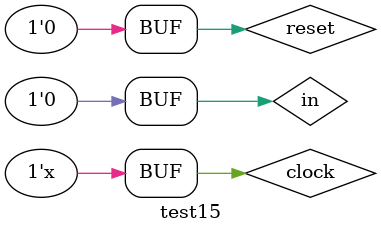
<source format=v>
module test15; 

reg clock, reset, in;
wire out;

  my_fsm U0 ( 
  .clock (clock),
  .reset (reset),
  .in    (in),
  .out  (out) 
  ); 
   
 
initial begin
  clock = 1;
  reset = 1;
  in = 0;
  $display("Starting simulation...");
  #2;
  reset = 0;
  #2;
  if (out !== 1'b0) $display("Failed 1"); 
  
  in = 1;
  #2;
  if (out !== 1'b0) $display("Failed 2");
  
  in = 1;  
  #2;
  if(out !== 1'b0) $display("Failed 3");
  
  in = 1;
  #2;
  if (out !== 1'b1) $display("Failed 4"); 
   
  in = 0;
  #2;
  if (out !== 1'b0) $display("Failed 5");
  
  #2;
  if (out !== 1'b0) $display("Failed 6");  
  $display("Done...");
end 
  

always begin
   #1 clock = !clock;
end
   
endmodule
</source>
